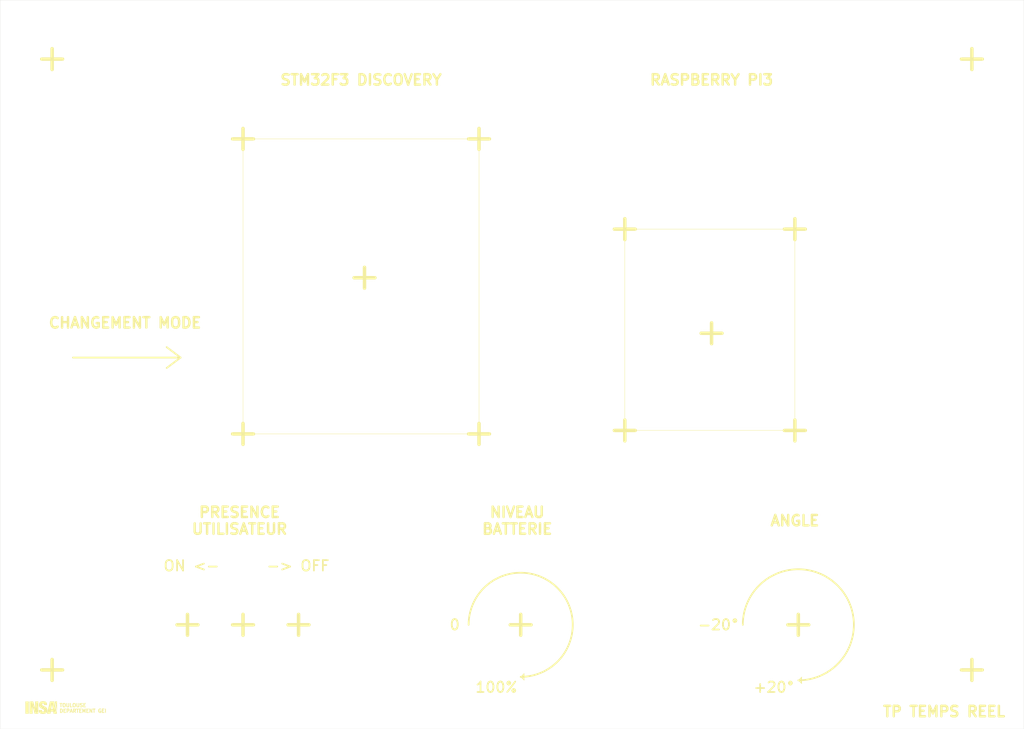
<source format=kicad_pcb>
(kicad_pcb (version 20171130) (host pcbnew 5.1.4-e60b266~84~ubuntu18.04.1)

  (general
    (thickness 1.6)
    (drawings 70)
    (tracks 0)
    (zones 0)
    (modules 1)
    (nets 1)
  )

  (page A4)
  (title_block
    (title "Serigraphie Simulateur Segway")
    (date 2019-09-12)
    (rev 1.0)
    (company "INSA Toulouse")
  )

  (layers
    (0 F.Cu signal)
    (31 B.Cu signal)
    (32 B.Adhes user)
    (33 F.Adhes user)
    (34 B.Paste user)
    (35 F.Paste user)
    (36 B.SilkS user)
    (37 F.SilkS user)
    (38 B.Mask user)
    (39 F.Mask user)
    (40 Dwgs.User user)
    (41 Cmts.User user)
    (42 Eco1.User user)
    (43 Eco2.User user)
    (44 Edge.Cuts user)
    (45 Margin user)
    (46 B.CrtYd user)
    (47 F.CrtYd user)
    (48 B.Fab user)
    (49 F.Fab user)
  )

  (setup
    (last_trace_width 0.25)
    (trace_clearance 0.2)
    (zone_clearance 0.508)
    (zone_45_only no)
    (trace_min 0.2)
    (via_size 0.8)
    (via_drill 0.4)
    (via_min_size 0.4)
    (via_min_drill 0.3)
    (uvia_size 0.3)
    (uvia_drill 0.1)
    (uvias_allowed no)
    (uvia_min_size 0.2)
    (uvia_min_drill 0.1)
    (edge_width 0.05)
    (segment_width 0.2)
    (pcb_text_width 0.3)
    (pcb_text_size 1.5 1.5)
    (mod_edge_width 0.12)
    (mod_text_size 1 1)
    (mod_text_width 0.15)
    (pad_size 1.524 1.524)
    (pad_drill 0.762)
    (pad_to_mask_clearance 0.051)
    (solder_mask_min_width 0.25)
    (aux_axis_origin 0 0)
    (visible_elements FFFFFF7F)
    (pcbplotparams
      (layerselection 0x010fc_ffffffff)
      (usegerberextensions false)
      (usegerberattributes false)
      (usegerberadvancedattributes false)
      (creategerberjobfile false)
      (excludeedgelayer true)
      (linewidth 0.100000)
      (plotframeref false)
      (viasonmask false)
      (mode 1)
      (useauxorigin false)
      (hpglpennumber 1)
      (hpglpenspeed 20)
      (hpglpendiameter 15.000000)
      (psnegative false)
      (psa4output false)
      (plotreference true)
      (plotvalue true)
      (plotinvisibletext false)
      (padsonsilk false)
      (subtractmaskfromsilk false)
      (outputformat 1)
      (mirror false)
      (drillshape 1)
      (scaleselection 1)
      (outputdirectory ""))
  )

  (net 0 "")

  (net_class Default "This is the default net class."
    (clearance 0.2)
    (trace_width 0.25)
    (via_dia 0.8)
    (via_drill 0.4)
    (uvia_dia 0.3)
    (uvia_drill 0.1)
  )

  (module Insa:insa-image (layer F.Cu) (tedit 0) (tstamp 5D7AA6E3)
    (at 12 204)
    (fp_text reference G1 (at 0 0) (layer F.SilkS) hide
      (effects (font (size 1.524 1.524) (thickness 0.3)))
    )
    (fp_text value LOGO (at 0.75 0) (layer F.SilkS) hide
      (effects (font (size 1.524 1.524) (thickness 0.3)))
    )
    (fp_poly (pts (xy 4.402666 -0.592666) (xy 4.402585 -0.359383) (xy 4.402349 -0.139078) (xy 4.401974 0.064679)
      (xy 4.401473 0.248317) (xy 4.400861 0.408266) (xy 4.400152 0.540956) (xy 4.39936 0.642817)
      (xy 4.3985 0.710278) (xy 4.397584 0.73977) (xy 4.397375 0.740808) (xy 4.391731 0.720777)
      (xy 4.377252 0.663009) (xy 4.35477 0.570984) (xy 4.325118 0.44818) (xy 4.289131 0.298075)
      (xy 4.247642 0.124148) (xy 4.201483 -0.070122) (xy 4.151489 -0.281258) (xy 4.098493 -0.505781)
      (xy 4.086743 -0.55565) (xy 4.032984 -0.783866) (xy 3.981948 -1.00044) (xy 3.934489 -1.201762)
      (xy 3.891457 -1.384219) (xy 3.853706 -1.544202) (xy 3.822088 -1.678098) (xy 3.797454 -1.782297)
      (xy 3.780658 -1.853188) (xy 3.77255 -1.88716) (xy 3.772066 -1.889125) (xy 3.77154 -1.903342)
      (xy 3.7823 -1.913388) (xy 3.810342 -1.919977) (xy 3.861665 -1.923825) (xy 3.942266 -1.925647)
      (xy 4.058142 -1.926159) (xy 4.082697 -1.926166) (xy 4.402666 -1.926166) (xy 4.402666 -0.592666)) (layer F.SilkS) (width 0.01))
    (fp_poly (pts (xy 3.619724 -1.646034) (xy 3.636266 -1.577792) (xy 3.661877 -1.472594) (xy 3.695539 -1.334602)
      (xy 3.736236 -1.167976) (xy 3.782949 -0.976874) (xy 3.834663 -0.765456) (xy 3.890359 -0.537884)
      (xy 3.949022 -0.298316) (xy 4.009634 -0.050912) (xy 4.045059 0.093629) (xy 4.104251 0.335639)
      (xy 4.160383 0.566174) (xy 4.212647 0.781853) (xy 4.260237 0.979295) (xy 4.302344 1.155116)
      (xy 4.338161 1.305934) (xy 4.36688 1.428369) (xy 4.387693 1.519038) (xy 4.399794 1.574559)
      (xy 4.402666 1.591171) (xy 4.400382 1.603461) (xy 4.39018 1.612836) (xy 4.367041 1.619688)
      (xy 4.325943 1.624409) (xy 4.261864 1.627392) (xy 4.169784 1.629028) (xy 4.044681 1.62971)
      (xy 3.907895 1.629834) (xy 3.413125 1.629834) (xy 3.402086 1.571625) (xy 3.394788 1.528322)
      (xy 3.383116 1.453655) (xy 3.368687 1.358169) (xy 3.35337 1.254125) (xy 3.315692 0.994834)
      (xy 2.605418 0.994834) (xy 2.592744 1.063625) (xy 2.58449 1.112221) (xy 2.571858 1.191069)
      (xy 2.556684 1.288549) (xy 2.543393 1.375834) (xy 2.506716 1.61925) (xy 2.015358 1.624932)
      (xy 1.858605 1.626555) (xy 1.73916 1.627112) (xy 1.652004 1.626278) (xy 1.592117 1.623729)
      (xy 1.554482 1.61914) (xy 1.534078 1.612185) (xy 1.525887 1.60254) (xy 1.524743 1.593182)
      (xy 1.529715 1.567322) (xy 1.543917 1.503403) (xy 1.566619 1.404509) (xy 1.597091 1.273725)
      (xy 1.634606 1.114138) (xy 1.678433 0.928833) (xy 1.727844 0.720896) (xy 1.78211 0.493411)
      (xy 1.834342 0.275192) (xy 2.715817 0.275192) (xy 2.727924 0.28578) (xy 2.759825 0.292116)
      (xy 2.818242 0.295263) (xy 2.909898 0.296283) (xy 2.951323 0.296334) (xy 3.063741 0.295039)
      (xy 3.13873 0.290808) (xy 3.181123 0.283117) (xy 3.195757 0.271443) (xy 3.19588 0.269875)
      (xy 3.192353 0.242076) (xy 3.182642 0.179476) (xy 3.167773 0.088044) (xy 3.148774 -0.026247)
      (xy 3.126673 -0.157426) (xy 3.102497 -0.299523) (xy 3.077273 -0.446566) (xy 3.052029 -0.592585)
      (xy 3.027793 -0.731608) (xy 3.005592 -0.857664) (xy 2.986454 -0.964782) (xy 2.971407 -1.046992)
      (xy 2.961477 -1.098321) (xy 2.957873 -1.113182) (xy 2.952976 -1.094709) (xy 2.942066 -1.039337)
      (xy 2.926013 -0.951937) (xy 2.905685 -0.837378) (xy 2.881952 -0.700533) (xy 2.855684 -0.546272)
      (xy 2.839281 -0.448663) (xy 2.811612 -0.283951) (xy 2.785782 -0.131603) (xy 2.762709 0.003081)
      (xy 2.74331 0.114799) (xy 2.728503 0.198249) (xy 2.719204 0.24813) (xy 2.716782 0.259292)
      (xy 2.715817 0.275192) (xy 1.834342 0.275192) (xy 1.840501 0.249464) (xy 1.902289 -0.007859)
      (xy 1.943707 -0.179916) (xy 2.361928 -1.915583) (xy 3.551996 -1.926819) (xy 3.619724 -1.646034)) (layer F.SilkS) (width 0.01))
    (fp_poly (pts (xy -0.994834 1.629834) (xy -2.03036 1.629834) (xy -2.059578 1.529292) (xy -2.071186 1.488732)
      (xy -2.092991 1.411942) (xy -2.123715 1.303442) (xy -2.16208 1.16775) (xy -2.206811 1.009386)
      (xy -2.256629 0.832869) (xy -2.310257 0.642719) (xy -2.362023 0.459057) (xy -2.63525 -0.510636)
      (xy -2.646222 1.629834) (xy -3.513667 1.629834) (xy -3.513667 -1.926166) (xy -2.465917 -1.925752)
      (xy -1.894417 0.169296) (xy -1.883439 -1.926166) (xy -0.994834 -1.926166) (xy -0.994834 1.629834)) (layer F.SilkS) (width 0.01))
    (fp_poly (pts (xy -3.7465 1.629834) (xy -4.699 1.629834) (xy -4.699 -1.926166) (xy -3.7465 -1.926166)
      (xy -3.7465 1.629834)) (layer F.SilkS) (width 0.01))
    (fp_poly (pts (xy 0.537899 -1.989188) (xy 0.682291 -1.978388) (xy 0.797311 -1.961026) (xy 0.993266 -1.901446)
      (xy 1.159745 -1.811761) (xy 1.295966 -1.69299) (xy 1.40115 -1.546152) (xy 1.474513 -1.372266)
      (xy 1.515276 -1.172351) (xy 1.524 -1.013111) (xy 1.524 -0.889) (xy 0.656166 -0.889)
      (xy 0.656166 -0.940875) (xy 0.643806 -1.064248) (xy 0.609513 -1.173904) (xy 0.557467 -1.263123)
      (xy 0.491846 -1.325185) (xy 0.416832 -1.353369) (xy 0.398991 -1.354354) (xy 0.297363 -1.334881)
      (xy 0.215098 -1.281166) (xy 0.157278 -1.19882) (xy 0.128989 -1.093454) (xy 0.127 -1.054152)
      (xy 0.133154 -0.971225) (xy 0.154162 -0.898486) (xy 0.193841 -0.832637) (xy 0.256006 -0.770378)
      (xy 0.344476 -0.708411) (xy 0.463066 -0.643438) (xy 0.615594 -0.572158) (xy 0.752754 -0.513331)
      (xy 0.868474 -0.462933) (xy 0.980989 -0.410382) (xy 1.079341 -0.361032) (xy 1.152571 -0.320238)
      (xy 1.168063 -0.310428) (xy 1.330873 -0.180121) (xy 1.457621 -0.028873) (xy 1.548696 0.144168)
      (xy 1.604484 0.339853) (xy 1.625374 0.559034) (xy 1.622244 0.688045) (xy 1.594521 0.907497)
      (xy 1.539358 1.095513) (xy 1.455091 1.25424) (xy 1.340055 1.385823) (xy 1.192585 1.49241)
      (xy 1.011015 1.576145) (xy 0.907039 1.610081) (xy 0.797673 1.633398) (xy 0.657715 1.650807)
      (xy 0.498539 1.661976) (xy 0.331517 1.666574) (xy 0.168024 1.664272) (xy 0.019431 1.654737)
      (xy -0.094675 1.639229) (xy -0.296195 1.584582) (xy -0.465904 1.502331) (xy -0.604065 1.392138)
      (xy -0.710942 1.253663) (xy -0.786799 1.086567) (xy -0.831898 0.890512) (xy -0.846507 0.672042)
      (xy -0.846667 0.550334) (xy 0.058031 0.550334) (xy 0.072896 0.681715) (xy 0.096231 0.816115)
      (xy 0.133587 0.914092) (xy 0.188298 0.980185) (xy 0.263699 1.018933) (xy 0.330388 1.032196)
      (xy 0.436807 1.025864) (xy 0.526303 0.985415) (xy 0.594824 0.917063) (xy 0.638321 0.827022)
      (xy 0.65274 0.721503) (xy 0.634031 0.606721) (xy 0.624933 0.580492) (xy 0.587438 0.508949)
      (xy 0.529301 0.442394) (xy 0.445988 0.377583) (xy 0.33296 0.311275) (xy 0.185683 0.240226)
      (xy 0.091626 0.199302) (xy -0.056235 0.135844) (xy -0.171762 0.083655) (xy -0.262127 0.038783)
      (xy -0.334498 -0.002721) (xy -0.396046 -0.044808) (xy -0.453941 -0.091427) (xy -0.483863 -0.117765)
      (xy -0.603042 -0.24263) (xy -0.690714 -0.377506) (xy -0.74954 -0.529162) (xy -0.782181 -0.704363)
      (xy -0.791358 -0.899583) (xy -0.775704 -1.137766) (xy -0.730298 -1.34599) (xy -0.654764 -1.524771)
      (xy -0.548731 -1.674628) (xy -0.411826 -1.796078) (xy -0.243675 -1.88964) (xy -0.043905 -1.955831)
      (xy -0.027767 -1.959677) (xy 0.084847 -1.977917) (xy 0.225668 -1.988931) (xy 0.381189 -1.992695)
      (xy 0.537899 -1.989188)) (layer F.SilkS) (width 0.01))
  )

  (gr_text "TOULOUSE\nDEPARTEMENT GEI" (at 17 204) (layer F.SilkS) (tstamp 5D7AA726)
    (effects (font (size 1 1) (thickness 0.25)) (justify left))
  )
  (gr_text "TP TEMPS REEL" (at 272 205) (layer F.SilkS) (tstamp 5D7AA726)
    (effects (font (size 3 3) (thickness 0.7)))
  )
  (gr_line (start 51 180) (end 57 180) (layer F.SilkS) (width 1) (tstamp 5D7A506B))
  (gr_line (start 54 177) (end 54 183) (layer F.SilkS) (width 1) (tstamp 5D7A506A))
  (gr_line (start 83 180) (end 89 180) (layer F.SilkS) (width 1) (tstamp 5D7A506B))
  (gr_line (start 86 177) (end 86 183) (layer F.SilkS) (width 1) (tstamp 5D7A506A))
  (gr_text "ON <-      -> OFF" (at 71 163) (layer F.SilkS) (tstamp 5D7A45AA)
    (effects (font (size 3 3) (thickness 0.5)))
  )
  (gr_text ANGLE (at 229 150) (layer F.SilkS) (tstamp 5D7A45AA)
    (effects (font (size 3 3) (thickness 0.7)))
  )
  (gr_text "NIVEAU\nBATTERIE" (at 149 150) (layer F.SilkS) (tstamp 5D7A45AA)
    (effects (font (size 3 3) (thickness 0.7)))
  )
  (gr_text "PRESENCE\nUTILISATEUR" (at 69 150) (layer F.SilkS)
    (effects (font (size 3 3) (thickness 0.7)))
  )
  (gr_text +20° (at 223 198) (layer F.SilkS) (tstamp 5D7A4544)
    (effects (font (size 3 3) (thickness 0.5)))
  )
  (gr_text -20° (at 207 180) (layer F.SilkS)
    (effects (font (size 3 3) (thickness 0.5)))
  )
  (gr_text 100% (at 143 198) (layer F.SilkS)
    (effects (font (size 3 3) (thickness 0.5)))
  )
  (gr_text 0 (at 131 180) (layer F.SilkS)
    (effects (font (size 3 3) (thickness 0.5)))
  )
  (gr_poly (pts (xy 150 195) (xy 151 194) (xy 151 196)) (layer F.SilkS) (width 0.1))
  (gr_poly (pts (xy 230 196) (xy 231 195) (xy 231 197)) (layer F.SilkS) (width 0.1))
  (gr_arc (start 230 180) (end 230 196) (angle -270) (layer F.SilkS) (width 0.5))
  (gr_arc (start 150 180) (end 150 195) (angle -270) (layer F.SilkS) (width 0.5))
  (gr_text "CHANGEMENT MODE" (at 36 93) (layer F.SilkS)
    (effects (font (size 3 3) (thickness 0.7)))
  )
  (gr_line (start 52 103) (end 48 106) (layer F.SilkS) (width 0.5))
  (gr_line (start 52 103) (end 48 100) (layer F.SilkS) (width 0.5))
  (gr_line (start 21 103) (end 52 103) (layer F.SilkS) (width 0.5))
  (gr_text "RASPBERRY PI3" (at 205 23) (layer F.SilkS)
    (effects (font (size 3 3) (thickness 0.7)))
  )
  (gr_text "STM32F3 DISCOVERY" (at 104 23) (layer F.SilkS)
    (effects (font (size 3 3) (thickness 0.7)))
  )
  (gr_line (start 102 80) (end 108 80) (layer F.SilkS) (width 1) (tstamp 5D7A3BAB))
  (gr_line (start 105 77) (end 105 83) (layer F.SilkS) (width 1) (tstamp 5D7A3BAA))
  (gr_line (start 202 96) (end 208 96) (layer F.SilkS) (width 1) (tstamp 5D7A3BAB))
  (gr_line (start 205 93) (end 205 99) (layer F.SilkS) (width 1) (tstamp 5D7A3BAA))
  (gr_line (start 180 124) (end 180 66) (layer F.SilkS) (width 0.12) (tstamp 5D7A3B98))
  (gr_line (start 229 124) (end 180 124) (layer F.SilkS) (width 0.12))
  (gr_line (start 229 66) (end 229 124) (layer F.SilkS) (width 0.12))
  (gr_line (start 180 66) (end 229 66) (layer F.SilkS) (width 0.12))
  (gr_line (start 70 125) (end 70 40) (layer F.SilkS) (width 0.12) (tstamp 5D7A3B31))
  (gr_line (start 139 125) (end 70 125) (layer F.SilkS) (width 0.12))
  (gr_line (start 138 40) (end 138 125) (layer F.SilkS) (width 0.12))
  (gr_line (start 70 40) (end 139 40) (layer F.SilkS) (width 0.12))
  (gr_line (start 229 121) (end 229 127) (layer F.SilkS) (width 1) (tstamp 5D7A36D6))
  (gr_line (start 226 124) (end 232 124) (layer F.SilkS) (width 1) (tstamp 5D7A36D5))
  (gr_line (start 180 121) (end 180 127) (layer F.SilkS) (width 1) (tstamp 5D7A36D6))
  (gr_line (start 177 124) (end 183 124) (layer F.SilkS) (width 1) (tstamp 5D7A36D5))
  (gr_line (start 229 63) (end 229 69) (layer F.SilkS) (width 1) (tstamp 5D7A36D6))
  (gr_line (start 226 66) (end 232 66) (layer F.SilkS) (width 1) (tstamp 5D7A36D5))
  (gr_line (start 180 63) (end 180 69) (layer F.SilkS) (width 1) (tstamp 5D7A36D6))
  (gr_line (start 177 66) (end 183 66) (layer F.SilkS) (width 1) (tstamp 5D7A36D5))
  (gr_line (start 138 122) (end 138 128) (layer F.SilkS) (width 1) (tstamp 5D7A36D6))
  (gr_line (start 135 125) (end 141 125) (layer F.SilkS) (width 1) (tstamp 5D7A36D5))
  (gr_line (start 70 122) (end 70 128) (layer F.SilkS) (width 1) (tstamp 5D7A36D6))
  (gr_line (start 67 125) (end 73 125) (layer F.SilkS) (width 1) (tstamp 5D7A36D5))
  (gr_line (start 138 37) (end 138 43) (layer F.SilkS) (width 1) (tstamp 5D7A36D6))
  (gr_line (start 135 40) (end 141 40) (layer F.SilkS) (width 1) (tstamp 5D7A36D5))
  (gr_line (start 70 37) (end 70 43) (layer F.SilkS) (width 1) (tstamp 5D7A36D6))
  (gr_line (start 67 40) (end 73 40) (layer F.SilkS) (width 1) (tstamp 5D7A36D5))
  (gr_line (start 230 177) (end 230 183) (layer F.SilkS) (width 1) (tstamp 5D7A3600))
  (gr_line (start 227 180) (end 233 180) (layer F.SilkS) (width 1) (tstamp 5D7A35FF))
  (gr_line (start 150 177) (end 150 183) (layer F.SilkS) (width 1) (tstamp 5D7A3600))
  (gr_line (start 147 180) (end 153 180) (layer F.SilkS) (width 1) (tstamp 5D7A35FF))
  (gr_line (start 70 177) (end 70 183) (layer F.SilkS) (width 1) (tstamp 5D7A3600))
  (gr_line (start 67 180) (end 73 180) (layer F.SilkS) (width 1) (tstamp 5D7A35FF))
  (gr_line (start 280 190) (end 280 196) (layer F.SilkS) (width 1) (tstamp 5D7A2D00))
  (gr_line (start 277 193) (end 283 193) (layer F.SilkS) (width 1) (tstamp 5D7A2CFF))
  (gr_line (start 15 190) (end 15 196) (layer F.SilkS) (width 1) (tstamp 5D7A2D00))
  (gr_line (start 12 193) (end 18 193) (layer F.SilkS) (width 1) (tstamp 5D7A2CFF))
  (gr_line (start 280 14) (end 280 20) (layer F.SilkS) (width 1) (tstamp 5D7A2D00))
  (gr_line (start 277 17) (end 283 17) (layer F.SilkS) (width 1) (tstamp 5D7A2CFF))
  (gr_line (start 12 17) (end 18 17) (layer F.SilkS) (width 1))
  (gr_line (start 15 14) (end 15 20) (layer F.SilkS) (width 1))
  (gr_line (start 0 210) (end 0 0) (layer Edge.Cuts) (width 0.05) (tstamp 5D7A2BA0))
  (gr_line (start 295 210) (end 0 210) (layer Edge.Cuts) (width 0.05))
  (gr_line (start 295 0) (end 295 210) (layer Edge.Cuts) (width 0.05))
  (gr_line (start 0 0) (end 295 0) (layer Edge.Cuts) (width 0.05))

)

</source>
